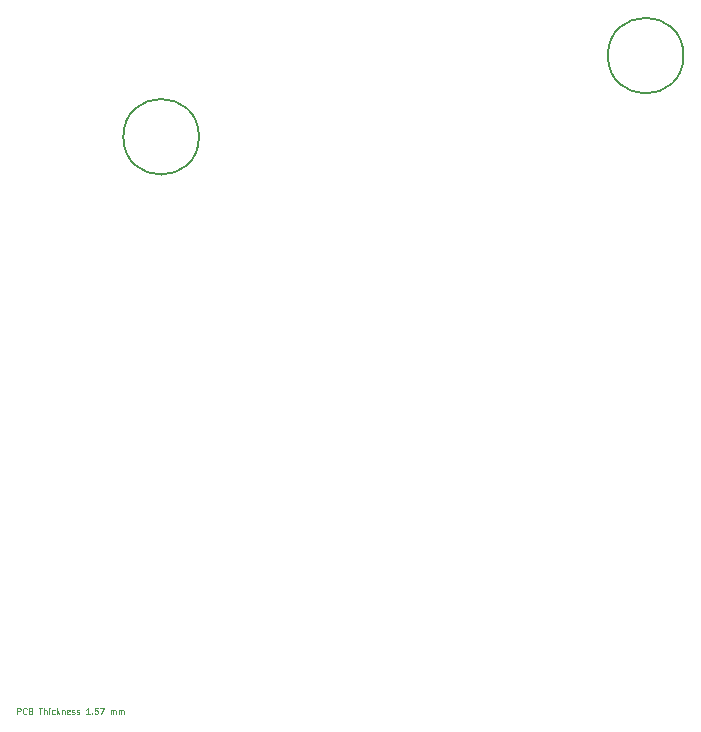
<source format=gbr>
G04 #@! TF.GenerationSoftware,KiCad,Pcbnew,(6.0.10)*
G04 #@! TF.CreationDate,2023-02-01T11:06:55+01:00*
G04 #@! TF.ProjectId,astropix_v3,61737472-6f70-4697-985f-76332e6b6963,1.0*
G04 #@! TF.SameCoordinates,Original*
G04 #@! TF.FileFunction,Other,Comment*
%FSLAX46Y46*%
G04 Gerber Fmt 4.6, Leading zero omitted, Abs format (unit mm)*
G04 Created by KiCad (PCBNEW (6.0.10)) date 2023-02-01 11:06:55*
%MOMM*%
%LPD*%
G01*
G04 APERTURE LIST*
%ADD10C,0.100000*%
%ADD11C,0.150000*%
G04 APERTURE END LIST*
D10*
G04 #@! TO.C,J1*
X106672000Y-108817190D02*
X106672000Y-108317190D01*
X106862476Y-108317190D01*
X106910095Y-108341000D01*
X106933904Y-108364809D01*
X106957714Y-108412428D01*
X106957714Y-108483857D01*
X106933904Y-108531476D01*
X106910095Y-108555285D01*
X106862476Y-108579095D01*
X106672000Y-108579095D01*
X107457714Y-108769571D02*
X107433904Y-108793380D01*
X107362476Y-108817190D01*
X107314857Y-108817190D01*
X107243428Y-108793380D01*
X107195809Y-108745761D01*
X107172000Y-108698142D01*
X107148190Y-108602904D01*
X107148190Y-108531476D01*
X107172000Y-108436238D01*
X107195809Y-108388619D01*
X107243428Y-108341000D01*
X107314857Y-108317190D01*
X107362476Y-108317190D01*
X107433904Y-108341000D01*
X107457714Y-108364809D01*
X107838666Y-108555285D02*
X107910095Y-108579095D01*
X107933904Y-108602904D01*
X107957714Y-108650523D01*
X107957714Y-108721952D01*
X107933904Y-108769571D01*
X107910095Y-108793380D01*
X107862476Y-108817190D01*
X107672000Y-108817190D01*
X107672000Y-108317190D01*
X107838666Y-108317190D01*
X107886285Y-108341000D01*
X107910095Y-108364809D01*
X107933904Y-108412428D01*
X107933904Y-108460047D01*
X107910095Y-108507666D01*
X107886285Y-108531476D01*
X107838666Y-108555285D01*
X107672000Y-108555285D01*
X108481523Y-108317190D02*
X108767238Y-108317190D01*
X108624380Y-108817190D02*
X108624380Y-108317190D01*
X108933904Y-108817190D02*
X108933904Y-108317190D01*
X109148190Y-108817190D02*
X109148190Y-108555285D01*
X109124380Y-108507666D01*
X109076761Y-108483857D01*
X109005333Y-108483857D01*
X108957714Y-108507666D01*
X108933904Y-108531476D01*
X109386285Y-108817190D02*
X109386285Y-108483857D01*
X109386285Y-108317190D02*
X109362476Y-108341000D01*
X109386285Y-108364809D01*
X109410095Y-108341000D01*
X109386285Y-108317190D01*
X109386285Y-108364809D01*
X109838666Y-108793380D02*
X109791047Y-108817190D01*
X109695809Y-108817190D01*
X109648190Y-108793380D01*
X109624380Y-108769571D01*
X109600571Y-108721952D01*
X109600571Y-108579095D01*
X109624380Y-108531476D01*
X109648190Y-108507666D01*
X109695809Y-108483857D01*
X109791047Y-108483857D01*
X109838666Y-108507666D01*
X110052952Y-108817190D02*
X110052952Y-108317190D01*
X110100571Y-108626714D02*
X110243428Y-108817190D01*
X110243428Y-108483857D02*
X110052952Y-108674333D01*
X110457714Y-108483857D02*
X110457714Y-108817190D01*
X110457714Y-108531476D02*
X110481523Y-108507666D01*
X110529142Y-108483857D01*
X110600571Y-108483857D01*
X110648190Y-108507666D01*
X110672000Y-108555285D01*
X110672000Y-108817190D01*
X111100571Y-108793380D02*
X111052952Y-108817190D01*
X110957714Y-108817190D01*
X110910095Y-108793380D01*
X110886285Y-108745761D01*
X110886285Y-108555285D01*
X110910095Y-108507666D01*
X110957714Y-108483857D01*
X111052952Y-108483857D01*
X111100571Y-108507666D01*
X111124380Y-108555285D01*
X111124380Y-108602904D01*
X110886285Y-108650523D01*
X111314857Y-108793380D02*
X111362476Y-108817190D01*
X111457714Y-108817190D01*
X111505333Y-108793380D01*
X111529142Y-108745761D01*
X111529142Y-108721952D01*
X111505333Y-108674333D01*
X111457714Y-108650523D01*
X111386285Y-108650523D01*
X111338666Y-108626714D01*
X111314857Y-108579095D01*
X111314857Y-108555285D01*
X111338666Y-108507666D01*
X111386285Y-108483857D01*
X111457714Y-108483857D01*
X111505333Y-108507666D01*
X111719619Y-108793380D02*
X111767238Y-108817190D01*
X111862476Y-108817190D01*
X111910095Y-108793380D01*
X111933904Y-108745761D01*
X111933904Y-108721952D01*
X111910095Y-108674333D01*
X111862476Y-108650523D01*
X111791047Y-108650523D01*
X111743428Y-108626714D01*
X111719619Y-108579095D01*
X111719619Y-108555285D01*
X111743428Y-108507666D01*
X111791047Y-108483857D01*
X111862476Y-108483857D01*
X111910095Y-108507666D01*
X112791047Y-108817190D02*
X112505333Y-108817190D01*
X112648190Y-108817190D02*
X112648190Y-108317190D01*
X112600571Y-108388619D01*
X112552952Y-108436238D01*
X112505333Y-108460047D01*
X113005333Y-108769571D02*
X113029142Y-108793380D01*
X113005333Y-108817190D01*
X112981523Y-108793380D01*
X113005333Y-108769571D01*
X113005333Y-108817190D01*
X113481523Y-108317190D02*
X113243428Y-108317190D01*
X113219619Y-108555285D01*
X113243428Y-108531476D01*
X113291047Y-108507666D01*
X113410095Y-108507666D01*
X113457714Y-108531476D01*
X113481523Y-108555285D01*
X113505333Y-108602904D01*
X113505333Y-108721952D01*
X113481523Y-108769571D01*
X113457714Y-108793380D01*
X113410095Y-108817190D01*
X113291047Y-108817190D01*
X113243428Y-108793380D01*
X113219619Y-108769571D01*
X113672000Y-108317190D02*
X114005333Y-108317190D01*
X113791047Y-108817190D01*
X114576761Y-108817190D02*
X114576761Y-108483857D01*
X114576761Y-108531476D02*
X114600571Y-108507666D01*
X114648190Y-108483857D01*
X114719619Y-108483857D01*
X114767238Y-108507666D01*
X114791047Y-108555285D01*
X114791047Y-108817190D01*
X114791047Y-108555285D02*
X114814857Y-108507666D01*
X114862476Y-108483857D01*
X114933904Y-108483857D01*
X114981523Y-108507666D01*
X115005333Y-108555285D01*
X115005333Y-108817190D01*
X115243428Y-108817190D02*
X115243428Y-108483857D01*
X115243428Y-108531476D02*
X115267238Y-108507666D01*
X115314857Y-108483857D01*
X115386285Y-108483857D01*
X115433904Y-108507666D01*
X115457714Y-108555285D01*
X115457714Y-108817190D01*
X115457714Y-108555285D02*
X115481523Y-108507666D01*
X115529142Y-108483857D01*
X115600571Y-108483857D01*
X115648190Y-108507666D01*
X115672000Y-108555285D01*
X115672000Y-108817190D01*
D11*
G04 #@! TO.C,H2*
X163075000Y-53075000D02*
G75*
G03*
X163075000Y-53075000I-3200000J0D01*
G01*
G04 #@! TO.C,H1*
X122050000Y-59950000D02*
G75*
G03*
X122050000Y-59950000I-3200000J0D01*
G01*
G04 #@! TD*
M02*

</source>
